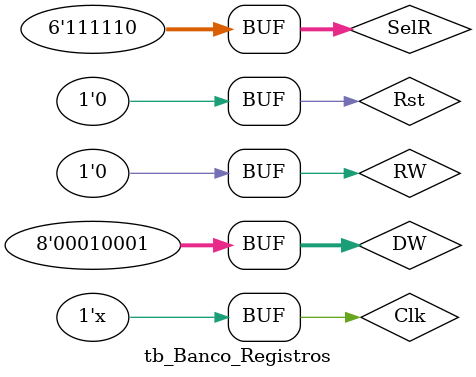
<source format=v>
`timescale 1ns / 1ps


module tb_Banco_Registros;
    reg Rst;
    reg Clk;
    reg [5:0] SelR; 
    reg RW; 
    reg [7:0] DW;
    wire [7:0] Rx;
    wire [7:0] Ry;
    
    Banco_Registros uut(
    .Rst(Rst),
    .Clk(Clk),
    .SelR(SelR),
    .RW(RW),
    .DW(DW),
    .Rx(Rx),
    .Ry(Ry));
    
    initial
        begin
            Rst=1;
            Clk=0;
            SelR=0;
            RW=0;
            DW=0;
            #2 Rst=0; SelR=6'b000_000; RW=0; DW=8'b00000000;
            #2 SelR=6'b000000; RW=1; DW=8'b00001010;
            #2 SelR=6'b000001; RW=1; DW=8'b00001011;
            #2 SelR=6'b000010; RW=1; DW=8'b00001100;
            #2 SelR=6'b000011; RW=1; DW=8'b00001101;
            #2 SelR=6'b000100; RW=1; DW=8'b00001110;
            #2 SelR=6'b000101; RW=1; DW=8'b00001111;
            #2 SelR=6'b000110; RW=1; DW=8'b00010000;
            #2 SelR=6'b000111; RW=1; DW=8'b00010001;
            
            #2 SelR=6'b001000; RW=0;
            #2 SelR=6'b011010; RW=0;
            #2 SelR=6'b101100; RW=0;
            #2 SelR=6'b111110; RW=0;
            
        end
       
    always
        #1 Clk = !Clk;
       
endmodule

</source>
